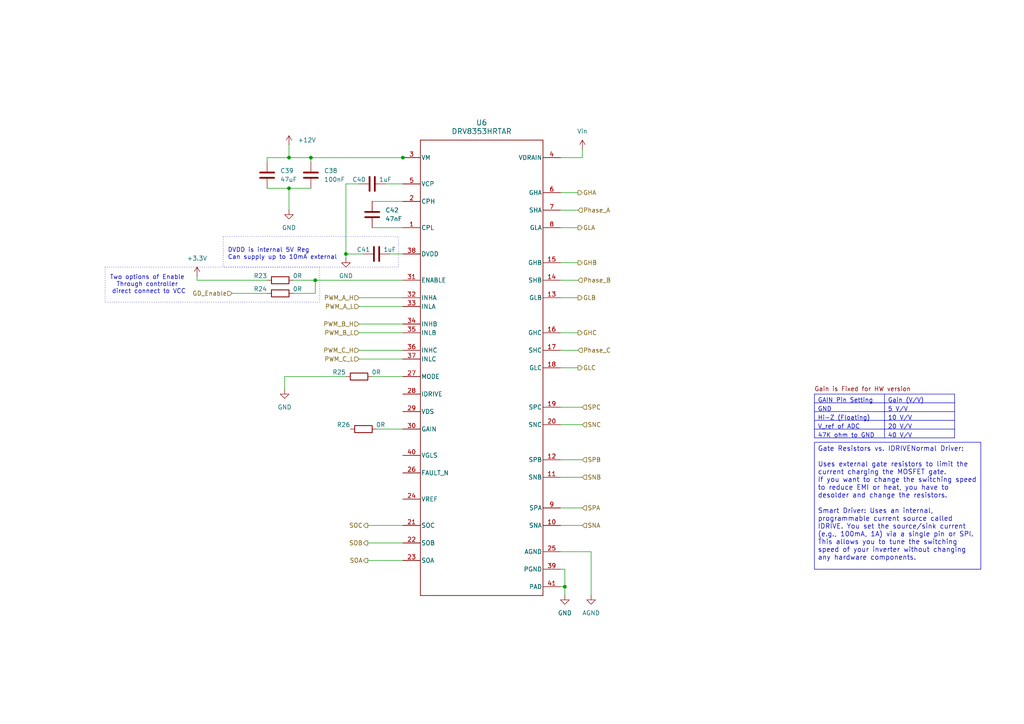
<source format=kicad_sch>
(kicad_sch (version 20250114) (generator "eeschema") (generator_version "9.0")
  (paper "A4")
  (title_block (title "${Project_Name}") (date "2026-01-12") (rev "V1"))
  (lib_symbols
    (symbol "DRV8353HRTAR:DRV8353HRTAR" (pin_names (offset 0.254))
      (property "Reference" "U" (at 0 2.54 0))
      (property "Value" "DRV8353HRTAR" (at 0 0 0))
      (symbol "DRV8353HRTAR_0_1"
        (polyline (pts (xy -17.78 66.04) (xy -17.78 -66.04)) (stroke (width 0.2032)))
        (polyline (pts (xy -17.78 -66.04) (xy 17.78 -66.04)) (stroke (width 0.2032)))
        (polyline (pts (xy 17.78 66.04) (xy -17.78 66.04)) (stroke (width 0.2032)))
        (polyline (pts (xy 17.78 -66.04) (xy 17.78 66.04)) (stroke (width 0.2032)))
        (pin power_in line (at -22.86 60.96 0) (length 5.08) (name "VM") (number "3"))
        (pin power_in line (at -22.86 53.34 0) (length 5.08) (name "VCP") (number "5"))
        (pin unspecified line (at -22.86 48.26 0) (length 5.08) (name "CPH") (number "2"))
        (pin unspecified line (at -22.86 40.64 0) (length 5.08) (name "CPL") (number "1"))
        (pin power_in line (at -22.86 33.02 0) (length 5.08) (name "DVDD") (number "38"))
        (pin input line (at -22.86 25.4 0) (length 5.08) (name "ENABLE") (number "31"))
        (pin input line (at -22.86 20.32 0) (length 5.08) (name "INHA") (number "32"))
        (pin input line (at -22.86 17.78 0) (length 5.08) (name "INLA") (number "33"))
        (pin input line (at -22.86 12.7 0) (length 5.08) (name "INHB") (number "34"))
        (pin input line (at -22.86 10.16 0) (length 5.08) (name "INLB") (number "35"))
        (pin input line (at -22.86 5.08 0) (length 5.08) (name "INHC") (number "36"))
        (pin input line (at -22.86 2.54 0) (length 5.08) (name "INLC") (number "37"))
        (pin power_in line (at -22.86 -25.4 0) (length 5.08) (name "VGLS") (number "40"))
        (pin open_collector line (at -22.86 -30.48 0) (length 5.08) (name "FAULT_N") (number "26"))
        (pin input line (at -22.86 -38.1 0) (length 5.08) (name "VREF") (number "24"))
        (pin output line (at -22.86 -45.72 0) (length 5.08) (name "SOC") (number "21"))
        (pin output line (at -22.86 -50.8 0) (length 5.08) (name "SOB") (number "22"))
        (pin output line (at -22.86 -55.88 0) (length 5.08) (name "SOA") (number "23"))
        (pin input line (at 22.86 60.96 180) (length 5.08) (name "VDRAIN") (number "4"))
        (pin output line (at 22.86 50.8 180) (length 5.08) (name "GHA") (number "6"))
        (pin input line (at 22.86 45.72 180) (length 5.08) (name "SHA") (number "7"))
        (pin output line (at 22.86 40.64 180) (length 5.08) (name "GLA") (number "8"))
        (pin output line (at 22.86 30.48 180) (length 5.08) (name "GHB") (number "15"))
        (pin input line (at 22.86 25.4 180) (length 5.08) (name "SHB") (number "14"))
        (pin output line (at 22.86 20.32 180) (length 5.08) (name "GLB") (number "13"))
        (pin output line (at 22.86 10.16 180) (length 5.08) (name "GHC") (number "16"))
        (pin input line (at 22.86 5.08 180) (length 5.08) (name "SHC") (number "17"))
        (pin output line (at 22.86 0 180) (length 5.08) (name "GLC") (number "18"))
        (pin input line (at 22.86 -11.43 180) (length 5.08) (name "SPC") (number "19"))
        (pin input line (at 22.86 -16.51 180) (length 5.08) (name "SNC") (number "20"))
        (pin input line (at 22.86 -26.67 180) (length 5.08) (name "SPB") (number "12"))
        (pin input line (at 22.86 -31.75 180) (length 5.08) (name "SNB") (number "11"))
        (pin input line (at 22.86 -40.64 180) (length 5.08) (name "SPA") (number "9"))
        (pin input line (at 22.86 -45.72 180) (length 5.08) (name "SNA") (number "10"))
        (pin power_in line (at 22.86 -53.34 180) (length 5.08) (name "AGND") (number "25"))
        (pin power_in line (at 22.86 -58.42 180) (length 5.08) (name "PGND") (number "39"))
        (pin power_in line (at 22.86 -63.5 180) (length 5.08) (name "PAD") (number "41"))
      )
      (symbol "DRV8353HRTAR_1_1"
        (pin passive line (at -22.86 -2.54 0) (length 5.08) (name "MODE") (number "27"))
        (pin input line (at -22.86 -7.62 0) (length 5.08) (name "IDRIVE") (number "28"))
        (pin input line (at -22.86 -12.7 0) (length 5.08) (name "VDS") (number "29"))
        (pin passive line (at -22.86 -17.78 0) (length 5.08) (name "GAIN") (number "30"))
      )
    )
    (symbol "Device:C" (pin_numbers (hide yes)) (pin_names (offset 0.254))
      (property "Reference" "C" (at 0.635 2.54 0))
      (property "Value" "C" (at 0.635 -2.54 0))
      (symbol "C_0_1"
        (polyline (pts (xy -2.032 0.762) (xy 2.032 0.762)) (stroke (width 0.508)))
        (polyline (pts (xy -2.032 -0.762) (xy 2.032 -0.762)) (stroke (width 0.508)))
      )
      (symbol "C_1_1"
        (pin passive line (at 0 3.81 270) (length 2.794) (name "~") (number "1"))
        (pin passive line (at 0 -3.81 90) (length 2.794) (name "~") (number "2"))
      )
    )
    (symbol "Device:R" (pin_numbers (hide yes)) (pin_names (offset 0))
      (property "Reference" "R" (at 2.032 0 90))
      (property "Value" "R" (at 0 0 90))
      (symbol "R_0_1"
        (rectangle (start -1.016 -2.54) (end 1.016 2.54) (stroke (width 0.254)))
      )
      (symbol "R_1_1"
        (pin passive line (at 0 3.81 270) (length 1.27) (name "~") (number "1"))
        (pin passive line (at 0 -3.81 90) (length 1.27) (name "~") (number "2"))
      )
    )
    (symbol "power:+3.3V" (power) (pin_numbers (hide yes)) (pin_names (offset 0) (hide yes))
      (property "Value" "+3.3V" (at 0 3.556 0))
      (symbol "+3.3V_0_1"
        (polyline (pts (xy -0.762 1.27) (xy 0 2.54)))
        (polyline (pts (xy 0 2.54) (xy 0.762 1.27)))
        (polyline (pts (xy 0 0) (xy 0 2.54)))
      )
      (symbol "+3.3V_1_1"
        (pin power_in line (at 0 0 90) (length 0) (name "~") (number "1"))
      )
    )
    (symbol "power:+36V" (power) (pin_numbers (hide yes)) (pin_names (offset 0) (hide yes))
      (property "Value" "+36V" (at 0 3.556 0))
      (symbol "+36V_0_1"
        (polyline (pts (xy -0.762 1.27) (xy 0 2.54)))
        (polyline (pts (xy 0 2.54) (xy 0.762 1.27)))
        (polyline (pts (xy 0 0) (xy 0 2.54)))
      )
      (symbol "+36V_1_1"
        (pin power_in line (at 0 0 90) (length 0) (name "~") (number "1"))
      )
    )
    (symbol "power:GND" (power) (pin_numbers (hide yes)) (pin_names (offset 0) (hide yes))
      (property "Value" "GND" (at 0 -3.81 0))
      (symbol "GND_0_1"
        (polyline (pts (xy 0 0) (xy 0 -1.27) (xy 1.27 -1.27) (xy 0 -2.54) (xy -1.27 -1.27) (xy 0 -1.27)))
      )
      (symbol "GND_1_1"
        (pin power_in line (at 0 0 270) (length 0) (name "~") (number "1"))
      )
    )
  )
  (rectangle (start 64.77 68.58) (end 115.57 77.47) (stroke (width 0) (type dot)))
  (rectangle (start 30.48 77.47) (end 92.71 87.63) (stroke (width 0) (type dot)))
  (text "Two options of Enable \nThrough controller \ndirect connect to VCC" (at 43.18 82.55 0) (effects (font (size 1.27 1.27))))
  (text "Gain is Fixed for HW version" (at 250.19 113.03 0) (effects (font (size 1.27 1.27))))
  (text "DVDD is internal 5V Reg\nCan supply up to 10mA external\n" (at 66.04 73.66 0) (effects (font (size 1.27 1.27)) (justify left)))
  (text_box "Gate Resistors vs. IDRIVENormal Driver:\n\nUses external gate resistors to limit the current charging the MOSFET gate.\nIf you want to change the switching speed to reduce EMI or heat, you have to desolder and change the resistors.\n\nSmart Driver: Uses an internal, programmable current source called IDRIVE. You set the source/sink current (e.g., 100mA, 1A) via a single pin or SPI. This allows you to tune the switching speed of your inverter without changing any hardware components." (at 236.22 128.27 0) (size 48.26 36.83) (margins 0.9525 0.9525 0.9525 0.9525) (effects (font (size 1.4 1.4)) (justify left top)))
  (junction (at 116.84 45.72))
  (junction (at 90.17 45.72))
  (junction (at 163.83 170.18))
  (junction (at 83.82 45.72))
  (junction (at 100.33 73.66))
  (junction (at 83.82 54.61))
  (junction (at 91.44 81.28))
  (wire (pts (xy 168.91 45.72) (xy 162.56 45.72)))
  (wire (pts (xy 168.91 133.35) (xy 162.56 133.35)))
  (wire (pts (xy 116.84 45.72) (xy 121.92 45.72)))
  (wire (pts (xy 111.76 53.34) (xy 116.84 53.34)))
  (wire (pts (xy 171.45 172.72) (xy 171.45 160.02)))
  (wire (pts (xy 106.68 152.4) (xy 116.84 152.4)))
  (wire (pts (xy 163.83 165.1) (xy 162.56 165.1)))
  (wire (pts (xy 77.47 45.72) (xy 83.82 45.72)))
  (wire (pts (xy 83.82 54.61) (xy 90.17 54.61)))
  (wire (pts (xy 167.64 96.52) (xy 162.56 96.52)))
  (wire (pts (xy 162.56 152.4) (xy 168.91 152.4)))
  (wire (pts (xy 163.83 165.1) (xy 163.83 170.18)))
  (wire (pts (xy 100.33 53.34) (xy 100.33 73.66)))
  (wire (pts (xy 109.22 124.46) (xy 116.84 124.46)))
  (wire (pts (xy 104.14 96.52) (xy 116.84 96.52)))
  (wire (pts (xy 167.64 66.04) (xy 162.56 66.04)))
  (wire (pts (xy 100.33 73.66) (xy 100.33 74.93)))
  (wire (pts (xy 168.91 118.11) (xy 162.56 118.11)))
  (wire (pts (xy 162.56 138.43) (xy 168.91 138.43)))
  (wire (pts (xy 91.44 85.09) (xy 91.44 81.28)))
  (wire (pts (xy 104.14 88.9) (xy 116.84 88.9)))
  (wire (pts (xy 167.64 60.96) (xy 162.56 60.96)))
  (wire (pts (xy 163.83 170.18) (xy 163.83 172.72)))
  (wire (pts (xy 104.14 53.34) (xy 100.33 53.34)))
  (wire (pts (xy 171.45 160.02) (xy 162.56 160.02)))
  (wire (pts (xy 106.68 162.56) (xy 116.84 162.56)))
  (wire (pts (xy 167.64 101.6) (xy 162.56 101.6)))
  (wire (pts (xy 100.33 73.66) (xy 105.41 73.66)))
  (wire (pts (xy 168.91 43.18) (xy 168.91 45.72)))
  (wire (pts (xy 104.14 104.14) (xy 116.84 104.14)))
  (wire (pts (xy 91.44 81.28) (xy 116.84 81.28)))
  (wire (pts (xy 77.47 46.99) (xy 77.47 45.72)))
  (wire (pts (xy 104.14 101.6) (xy 116.84 101.6)))
  (wire (pts (xy 83.82 45.72) (xy 90.17 45.72)))
  (wire (pts (xy 167.64 106.68) (xy 162.56 106.68)))
  (wire (pts (xy 167.64 76.2) (xy 162.56 76.2)))
  (wire (pts (xy 167.64 86.36) (xy 162.56 86.36)))
  (wire (pts (xy 85.09 85.09) (xy 91.44 85.09)))
  (wire (pts (xy 107.95 109.22) (xy 116.84 109.22)))
  (wire (pts (xy 57.15 80.01) (xy 57.15 81.28)))
  (wire (pts (xy 168.91 147.32) (xy 162.56 147.32)))
  (wire (pts (xy 163.83 170.18) (xy 162.56 170.18)))
  (wire (pts (xy 104.14 86.36) (xy 116.84 86.36)))
  (wire (pts (xy 167.64 55.88) (xy 162.56 55.88)))
  (wire (pts (xy 167.64 81.28) (xy 162.56 81.28)))
  (wire (pts (xy 106.68 157.48) (xy 116.84 157.48)))
  (wire (pts (xy 90.17 46.99) (xy 90.17 45.72)))
  (wire (pts (xy 168.91 123.19) (xy 162.56 123.19)))
  (wire (pts (xy 85.09 81.28) (xy 91.44 81.28)))
  (wire (pts (xy 107.95 66.04) (xy 116.84 66.04)))
  (wire (pts (xy 104.14 93.98) (xy 116.84 93.98)))
  (wire (pts (xy 67.31 85.09) (xy 77.47 85.09)))
  (wire (pts (xy 82.55 109.22) (xy 100.33 109.22)))
  (wire (pts (xy 83.82 54.61) (xy 83.82 60.96)))
  (wire (pts (xy 107.95 58.42) (xy 116.84 58.42)))
  (wire (pts (xy 113.03 73.66) (xy 116.84 73.66)))
  (wire (pts (xy 82.55 113.03) (xy 82.55 109.22)))
  (wire (pts (xy 83.82 41.91) (xy 83.82 45.72)))
  (wire (pts (xy 90.17 45.72) (xy 116.84 45.72)))
  (wire (pts (xy 57.15 81.28) (xy 77.47 81.28)))
  (wire (pts (xy 77.47 54.61) (xy 83.82 54.61)))
  (table (column_count 2) (border (external yes) (header yes)) (separators (rows yes) (cols yes)) (column_widths 20.32 20.32) (row_heights 2.54 2.54 2.54 2.54 2.54) (cells (table_cell "GAIN Pin Setting" (at 236.22 114.3 0) (size 20.32 2.54) (margins 0.9525 0.9525 0.9525 0.9525) (span 1 1)) (table_cell "Gain (V/V)" (at 256.54 114.3 0) (size 20.32 2.54) (margins 0.9525 0.9525 0.9525 0.9525) (span 1 1)) (table_cell "GND" (at 236.22 116.84 0) (size 20.32 2.54) (margins 0.9525 0.9525 0.9525 0.9525) (span 1 1)) (table_cell "5 V/V" (at 256.54 116.84 0) (size 20.32 2.54) (margins 0.9525 0.9525 0.9525 0.9525) (span 1 1)) (table_cell "Hi-Z (Floating)" (at 236.22 119.38 0) (size 20.32 2.54) (margins 0.9525 0.9525 0.9525 0.9525) (span 1 1)) (table_cell "10 V/V" (at 256.54 119.38 0) (size 20.32 2.54) (margins 0.9525 0.9525 0.9525 0.9525) (span 1 1)) (table_cell "V_ref of ADC" (at 236.22 121.92 0) (size 20.32 2.54) (margins 0.9525 0.9525 0.9525 0.9525) (span 1 1)) (table_cell "20 V/V" (at 256.54 121.92 0) (size 20.32 2.54) (margins 0.9525 0.9525 0.9525 0.9525) (span 1 1)) (table_cell "47K ohm to GND" (at 236.22 124.46 0) (size 20.32 2.54) (margins 0.9525 0.9525 0.9525 0.9525) (span 1 1)) (table_cell "40 V/V" (at 256.54 124.46 0) (size 20.32 2.54) (margins 0.9525 0.9525 0.9525 0.9525) (span 1 1))))
  (hierarchical_label "SPB" (shape input) (at 168.91 133.35 0))
  (hierarchical_label "SOA" (shape output) (at 106.68 162.56 180))
  (hierarchical_label "Phase_B" (shape input) (at 167.64 81.28 0))
  (hierarchical_label "Phase_C" (shape input) (at 167.64 101.6 0))
  (hierarchical_label "SOB" (shape output) (at 106.68 157.48 180))
  (hierarchical_label "PWM_A_L" (shape input) (at 104.14 88.9 180))
  (hierarchical_label "GHA" (shape output) (at 167.64 55.88 0))
  (hierarchical_label "Phase_A" (shape input) (at 167.64 60.96 0))
  (hierarchical_label "SPA" (shape input) (at 168.91 147.32 0))
  (hierarchical_label "SOC" (shape output) (at 106.68 152.4 180))
  (hierarchical_label "GLA" (shape output) (at 167.64 66.04 0))
  (hierarchical_label "PWM_A_H" (shape input) (at 104.14 86.36 180))
  (hierarchical_label "GD_Enable" (shape input) (at 67.31 85.09 180))
  (hierarchical_label "GLC" (shape output) (at 167.64 106.68 0))
  (hierarchical_label "PWM_B_H" (shape input) (at 104.14 93.98 180))
  (hierarchical_label "SNA" (shape input) (at 168.91 152.4 0))
  (hierarchical_label "PWM_C_L" (shape input) (at 104.14 104.14 180))
  (hierarchical_label "SPC" (shape input) (at 168.91 118.11 0))
  (hierarchical_label "GLB" (shape output) (at 167.64 86.36 0))
  (hierarchical_label "GHB" (shape output) (at 167.64 76.2 0))
  (hierarchical_label "PWM_B_L" (shape input) (at 104.14 96.52 180))
  (hierarchical_label "PWM_C_H" (shape input) (at 104.14 101.6 180))
  (hierarchical_label "SNC" (shape input) (at 168.91 123.19 0))
  (hierarchical_label "SNB" (shape input) (at 168.91 138.43 0))
  (hierarchical_label "GHC" (shape output) (at 167.64 96.52 0))
  (symbol (lib_id "Device:R") (at 81.28 81.28 90) (unit 1)
    (property "Reference" "R23" (at 77.47 80.01 90) (effects (justify left)))
    (property "Value" "0R" (at 87.63 80.01 90) (effects (justify left)))
    (property "Footprint" "Resistor_SMD:R_0603_1608Metric" (effects (hide yes)))
    (property "Datasheet" "https://www.lcsc.com/datasheet/C2906974.pdf" (effects (hide yes)))
    (property "Description" "Resistor" (effects (hide yes)))
    (property "MP" "FRC0603F0000TS" (effects (hide yes)))
    (property "LCSC_PN" "C2906974" (effects (hide yes)))
    (property "Assembled" "Yes" (effects (hide yes)))
  )
  (symbol (lib_id "Device:C") (at 109.22 73.66 90) (unit 1)
    (property "Reference" "C41" (at 105.41 72.39 90))
    (property "Value" "1uF" (at 113.03 72.39 90))
    (property "Footprint" "Capacitor_SMD:C_0603_1608Metric" (effects (hide yes)))
    (property "Datasheet" "https://www.lcsc.com/datasheet/C29936.pdf" (effects (hide yes)))
    (property "Description" "Unpolarized capacitor" (effects (hide yes)))
    (property "LCSC_PN" "C29936" (effects (hide yes)))
    (property "MP" "CL10B105KA8NNNC" (effects (hide yes)))
    (property "Assembled" "Yes" (effects (hide yes)))
  )
  (symbol (lib_id "power:GND") (at 100.33 74.93 0) (unit 1)
    (property "Reference" "#PWR051" (effects (hide yes)))
    (property "Value" "GND" (at 100.33 80.01 0))
    (property "Description" "Power symbol creates a global label with name \"GND\" , ground" (effects (hide yes)))
  )
  (symbol (lib_id "Device:C") (at 90.17 50.8 0) (unit 1)
    (property "Reference" "C38" (at 93.98 49.5299 0) (effects (justify left)))
    (property "Value" "100nF" (at 93.98 52.0699 0) (effects (justify left)))
    (property "Footprint" "Capacitor_SMD:C_0805_2012Metric" (effects (hide yes)))
    (property "Datasheet" "https://www.lcsc.com/datasheet/C28233.pdf" (effects (hide yes)))
    (property "Description" "Unpolarized capacitor" (effects (hide yes)))
    (property "LCSC_PN" "C28233" (effects (hide yes)))
    (property "MP" "CL21B104KCFNNNE" (effects (hide yes)))
    (property "Assembled" "No" (effects (hide yes)))
  )
  (symbol (lib_id "Device:R") (at 104.14 109.22 90) (unit 1)
    (property "Reference" "R25" (at 100.33 107.95 90) (effects (justify left)))
    (property "Value" "0R" (at 110.49 107.95 90) (effects (justify left)))
    (property "Footprint" "Resistor_SMD:R_0603_1608Metric" (effects (hide yes)))
    (property "Datasheet" "https://www.lcsc.com/datasheet/C2906974.pdf" (effects (hide yes)))
    (property "Description" "Resistor" (effects (hide yes)))
    (property "MP" "FRC0603F0000TS" (effects (hide yes)))
    (property "LCSC_PN" "C2906974" (effects (hide yes)))
    (property "Assembled" "No" (effects (hide yes)))
  )
  (symbol (lib_id "Device:C") (at 107.95 53.34 90) (unit 1)
    (property "Reference" "C40" (at 104.14 52.07 90))
    (property "Value" "1uF" (at 111.76 52.07 90))
    (property "Footprint" "Capacitor_SMD:C_0603_1608Metric" (effects (hide yes)))
    (property "Datasheet" "https://www.lcsc.com/datasheet/C29936.pdf" (effects (hide yes)))
    (property "Description" "Unpolarized capacitor" (effects (hide yes)))
    (property "LCSC_PN" "C29936" (effects (hide yes)))
    (property "MP" "CL10B105KA8NNNC" (effects (hide yes)))
    (property "Assembled" "Yes" (effects (hide yes)))
  )
  (symbol (lib_id "Device:R") (at 81.28 85.09 90) (unit 1)
    (property "Reference" "R24" (at 77.47 83.82 90) (effects (justify left)))
    (property "Value" "0R" (at 87.63 83.82 90) (effects (justify left)))
    (property "Footprint" "Resistor_SMD:R_0603_1608Metric" (effects (hide yes)))
    (property "Datasheet" "https://www.lcsc.com/datasheet/C2906974.pdf" (effects (hide yes)))
    (property "Description" "Resistor" (effects (hide yes)))
    (property "MP" "FRC0603F0000TS" (effects (hide yes)))
    (property "LCSC_PN" "C2906974" (effects (hide yes)))
    (property "Assembled" "No" (effects (hide yes)))
  )
  (symbol (lib_id "power:GND") (at 163.83 172.72 0) (unit 1)
    (property "Reference" "#PWR047" (effects (hide yes)))
    (property "Value" "GND" (at 163.83 177.8 0))
    (property "Description" "Power symbol creates a global label with name \"GND\" , ground" (effects (hide yes)))
  )
  (symbol (lib_id "Device:C") (at 107.95 62.23 0) (unit 1)
    (property "Reference" "C42" (at 111.76 60.9599 0) (effects (justify left)))
    (property "Value" "47nF" (at 111.76 63.4999 0) (effects (justify left)))
    (property "Footprint" "Capacitor_SMD:C_0603_1608Metric" (effects (hide yes)))
    (property "Datasheet" "https://www.lcsc.com/datasheet/C1622.pdf" (effects (hide yes)))
    (property "Description" "Unpolarized capacitor" (effects (hide yes)))
    (property "LCSC_PN" "C1622" (effects (hide yes)))
    (property "MP" "CL10B473KB8NNNC" (effects (hide yes)))
  )
  (symbol (lib_id "DRV8353HRTAR:DRV8353HRTAR") (at 139.7 106.68 0) (unit 1)
    (property "Reference" "U6" (at 139.7 35.56 0) (effects (font (size 1.524 1.524))))
    (property "Value" "DRV8353HRTAR" (at 139.7 38.1 0) (effects (font (size 1.524 1.524))))
    (property "Footprint" "BLDC_Motor_Driver_Components_Footprint:RTA0040B" (effects (hide yes)))
    (property "Datasheet" "https://www.ti.com/lit/gpn/drv8353" (effects (hide yes)))
  )
  (symbol (lib_id "power:+3.3V") (at 57.15 80.01 0) (unit 1)
    (property "Reference" "#PWR053" (effects (hide yes)))
    (property "Value" "+3.3V" (at 57.15 74.93 0))
    (property "Description" "Power symbol creates a global label with name \"+3.3V\"" (effects (hide yes)))
  )
  (symbol (lib_id "power:GND") (at 82.55 113.03 0) (unit 1)
    (property "Reference" "#PWR054" (effects (hide yes)))
    (property "Value" "GND" (at 82.55 118.11 0))
    (property "Description" "Power symbol creates a global label with name \"GND\" , ground" (effects (hide yes)))
  )
  (symbol (lib_id "power:+3.3V") (at 83.82 41.91 0) (unit 1)
    (property "Reference" "#PWR052" (effects (hide yes)))
    (property "Value" "+12V" (at 86.36 40.6399 0) (effects (justify left)))
    (property "Description" "Power symbol creates a global label with name \"+3.3V\"" (effects (hide yes)))
  )
  (symbol (lib_id "power:GND") (at 171.45 172.72 0) (unit 1)
    (property "Reference" "#PWR049" (effects (hide yes)))
    (property "Value" "AGND" (at 171.45 177.8 0))
    (property "Description" "Power symbol creates a global label with name \"GND\" , ground" (effects (hide yes)))
  )
  (symbol (lib_id "power:+36V") (at 168.91 43.18 0) (unit 1)
    (property "Reference" "#PWR048" (effects (hide yes)))
    (property "Value" "Vin" (at 168.91 38.1 0))
    (property "Description" "Power symbol creates a global label with name \"+36V\"" (effects (hide yes)))
  )
  (symbol (lib_id "power:GND") (at 83.82 60.96 0) (unit 1)
    (property "Reference" "#PWR050" (effects (hide yes)))
    (property "Value" "GND" (at 83.82 66.04 0))
    (property "Description" "Power symbol creates a global label with name \"GND\" , ground" (effects (hide yes)))
  )
  (symbol (lib_id "Device:C") (at 77.47 50.8 180) (unit 1)
    (property "Reference" "C39" (at 81.28 49.5299 0) (effects (justify right)))
    (property "Value" "47uF" (at 81.28 52.0699 0) (effects (justify right)))
    (property "Footprint" "Capacitor_SMD:C_1206_3216Metric" (effects (hide yes)))
    (property "Datasheet" "https://www.lcsc.com/datasheet/C403725.pdf" (effects (hide yes)))
    (property "Description" "Unpolarized capacitor" (effects (hide yes)))
    (property "MP" "GRM31CR61E476ME44L" (effects (hide yes)))
    (property "LCSC_PN" "C403725" (effects (hide yes)))
    (property "Assembled" "Yes" (effects (hide yes)))
  )
  (symbol (lib_id "Device:R") (at 105.41 124.46 90) (unit 1)
    (property "Reference" "R26" (at 101.6 123.19 90) (effects (justify left)))
    (property "Value" "0R" (at 111.76 123.19 90) (effects (justify left)))
    (property "Footprint" "Resistor_SMD:R_0603_1608Metric" (effects (hide yes)))
    (property "Datasheet" "https://www.lcsc.com/datasheet/C2906974.pdf" (effects (hide yes)))
    (property "Description" "Resistor" (effects (hide yes)))
    (property "MP" "FRC0603F0000TS" (effects (hide yes)))
    (property "LCSC_PN" "C2906974" (effects (hide yes)))
    (property "Assembled" "No" (effects (hide yes)))
  )
)
</source>
